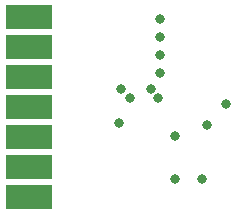
<source format=gbs>
G04 Layer_Color=8150272*
%FSLAX25Y25*%
%MOIN*%
G70*
G01*
G75*
%ADD22R,0.15800X0.08400*%
%ADD26C,0.03200*%
D22*
X112500Y485000D02*
D03*
Y475000D02*
D03*
Y465000D02*
D03*
Y455000D02*
D03*
Y445000D02*
D03*
Y435000D02*
D03*
Y425000D02*
D03*
D26*
X143000Y461000D02*
D03*
X156000Y484500D02*
D03*
Y478500D02*
D03*
Y472500D02*
D03*
X155500Y458000D02*
D03*
X153000Y461000D02*
D03*
X142500Y449750D02*
D03*
X156000Y466500D02*
D03*
X146000Y458000D02*
D03*
X161000Y445500D02*
D03*
X170000Y431000D02*
D03*
X161000D02*
D03*
X171689Y449189D02*
D03*
X178000Y456000D02*
D03*
M02*

</source>
